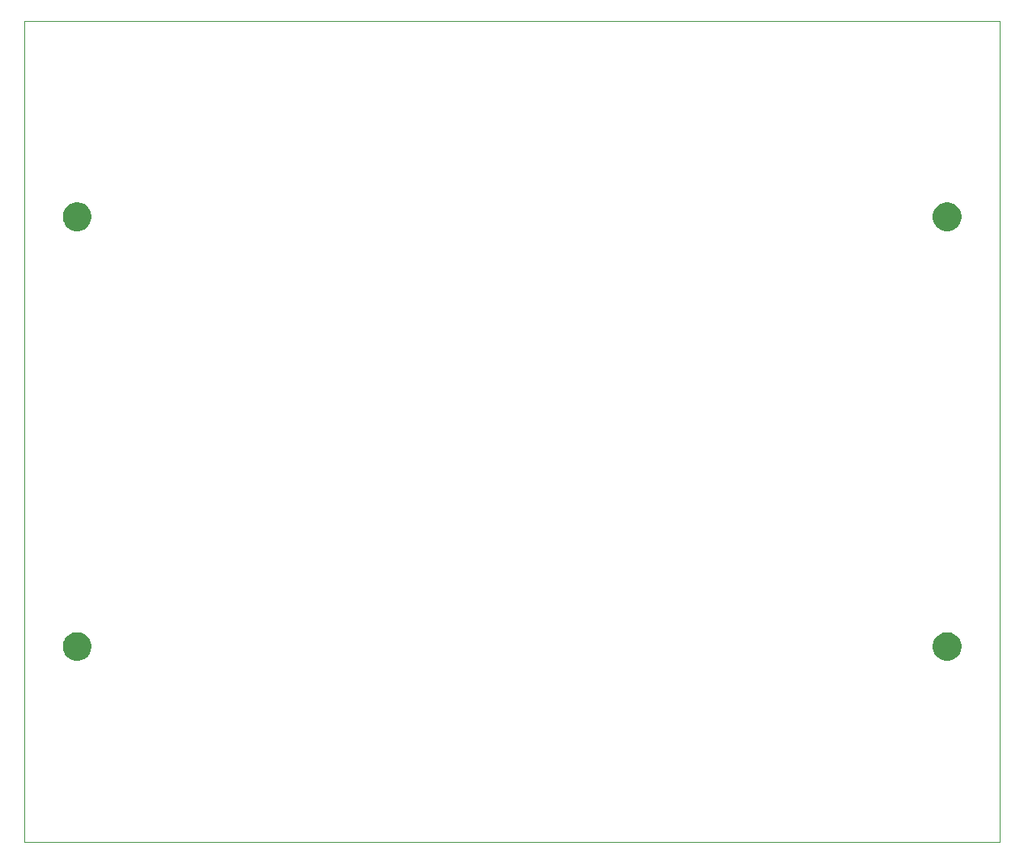
<source format=gbr>
%TF.GenerationSoftware,Altium Limited,Altium Designer,21.6.4 (81)*%
G04 Layer_Color=0*
%FSLAX43Y43*%
%MOMM*%
%TF.SameCoordinates,1AC814DF-7433-4E0E-8A45-847F92D72221*%
%TF.FilePolarity,Positive*%
%TF.FileFunction,Profile,NP*%
%TF.Part,Single*%
G01*
G75*
%TA.AperFunction,Profile*%
%ADD55C,0.025*%
G36*
X95000Y20500D02*
Y20352D01*
X95058Y20062D01*
X95171Y19789D01*
X95335Y19544D01*
X95544Y19335D01*
X95789Y19171D01*
X96062Y19058D01*
X96352Y19000D01*
X96500D01*
X96648D01*
X96938Y19058D01*
X97211Y19171D01*
X97456Y19335D01*
X97665Y19544D01*
X97829Y19789D01*
X97942Y20062D01*
X98000Y20352D01*
Y20500D01*
Y20648D01*
X97942Y20938D01*
X97829Y21211D01*
X97665Y21456D01*
X97456Y21665D01*
X97211Y21829D01*
X96938Y21942D01*
X96648Y22000D01*
X96500D01*
X96352D01*
X96062Y21942D01*
X95789Y21829D01*
X95544Y21665D01*
X95335Y21456D01*
X95171Y21211D01*
X95058Y20938D01*
X95000Y20648D01*
Y20500D01*
D01*
D02*
G37*
G36*
Y65500D02*
Y65352D01*
X95058Y65062D01*
X95171Y64789D01*
X95335Y64544D01*
X95544Y64335D01*
X95789Y64171D01*
X96062Y64058D01*
X96352Y64000D01*
X96500D01*
X96648D01*
X96938Y64058D01*
X97211Y64171D01*
X97456Y64335D01*
X97665Y64544D01*
X97829Y64789D01*
X97942Y65062D01*
X98000Y65352D01*
Y65500D01*
Y65648D01*
X97942Y65938D01*
X97829Y66211D01*
X97665Y66456D01*
X97456Y66665D01*
X97211Y66829D01*
X96938Y66942D01*
X96648Y67000D01*
X96500D01*
X96352D01*
X96062Y66942D01*
X95789Y66829D01*
X95544Y66665D01*
X95335Y66456D01*
X95171Y66211D01*
X95058Y65938D01*
X95000Y65648D01*
Y65500D01*
D01*
D02*
G37*
G36*
X4000Y20500D02*
Y20352D01*
X4058Y20062D01*
X4171Y19789D01*
X4335Y19544D01*
X4544Y19335D01*
X4789Y19171D01*
X5062Y19058D01*
X5352Y19000D01*
X5500D01*
X5648D01*
X5938Y19058D01*
X6211Y19171D01*
X6456Y19335D01*
X6665Y19544D01*
X6829Y19789D01*
X6942Y20062D01*
X7000Y20352D01*
Y20500D01*
Y20648D01*
X6942Y20938D01*
X6829Y21211D01*
X6665Y21456D01*
X6456Y21665D01*
X6211Y21829D01*
X5938Y21942D01*
X5648Y22000D01*
X5500D01*
X5352D01*
X5062Y21942D01*
X4789Y21829D01*
X4544Y21665D01*
X4335Y21456D01*
X4171Y21211D01*
X4058Y20938D01*
X4000Y20648D01*
Y20500D01*
D01*
D02*
G37*
G36*
Y65500D02*
Y65352D01*
X4058Y65062D01*
X4171Y64789D01*
X4335Y64544D01*
X4544Y64335D01*
X4789Y64171D01*
X5062Y64058D01*
X5352Y64000D01*
X5500D01*
X5648D01*
X5938Y64058D01*
X6211Y64171D01*
X6456Y64335D01*
X6665Y64544D01*
X6829Y64789D01*
X6942Y65062D01*
X7000Y65352D01*
Y65500D01*
Y65648D01*
X6942Y65938D01*
X6829Y66211D01*
X6665Y66456D01*
X6456Y66665D01*
X6211Y66829D01*
X5938Y66942D01*
X5648Y67000D01*
X5500D01*
X5352D01*
X5062Y66942D01*
X4789Y66829D01*
X4544Y66665D01*
X4335Y66456D01*
X4171Y66211D01*
X4058Y65938D01*
X4000Y65648D01*
Y65500D01*
D01*
D02*
G37*
D55*
X0Y0D02*
Y86000D01*
X102000D01*
Y0D01*
X0D01*
%TF.MD5,a4d64519980ed6e0542ad0926b6a6f19*%
M02*

</source>
